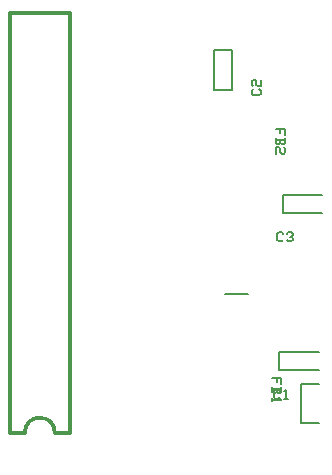
<source format=gbr>
G04 GERBER ASCII OUTPUT FROM: EDWINXP (VER. 1.61 REV. 20080915)*
G04 GERBER FORMAT: RX-274-X*
G04 BOARD: DSPIC_ADAPTER*
G04 ARTWORK OF COMP.PRINT POSITIVE*
%ASAXBY*%
%FSLAX23Y23*%
%MIA0B0*%
%MOIN*%
%OFA0.0000B0.0000*%
%SFA1B1*%
%IJA0B0*%
%INLAYER0POS*%
%IOA0B0*%
%IPPOS*%
%IR0*%
G04 APERTURE MACROS*
%AMEDWDONUT*
1,1,$1,$2,$3*
1,0,$4,$2,$3*
%
%AMEDWFRECT*
20,1,$1,$2,$3,$4,$5,$6*
%
%AMEDWORECT*
20,1,$1,$2,$3,$4,$5,$10*
20,1,$1,$4,$5,$6,$7,$10*
20,1,$1,$6,$7,$8,$9,$10*
20,1,$1,$8,$9,$2,$3,$10*
1,1,$1,$2,$3*
1,1,$1,$4,$5*
1,1,$1,$6,$7*
1,1,$1,$8,$9*
%
%AMEDWLINER*
20,1,$1,$2,$3,$4,$5,$6*
1,1,$1,$2,$3*
1,1,$1,$4,$5*
%
%AMEDWFTRNG*
4,1,3,$1,$2,$3,$4,$5,$6,$7,$8,$9*
%
%AMEDWATRNG*
4,1,3,$1,$2,$3,$4,$5,$6,$7,$8,$9*
20,1,$11,$1,$2,$3,$4,$10*
20,1,$11,$3,$4,$5,$6,$10*
20,1,$11,$5,$6,$7,$8,$10*
1,1,$11,$3,$4*
1,1,$11,$5,$6*
1,1,$11,$7,$8*
%
%AMEDWOTRNG*
20,1,$1,$2,$3,$4,$5,$8*
20,1,$1,$4,$5,$6,$7,$8*
20,1,$1,$6,$7,$2,$3,$8*
1,1,$1,$2,$3*
1,1,$1,$4,$5*
1,1,$1,$6,$7*
%
G04*
G04 APERTURE LIST*
%ADD10R,0.0500X0.0460*%
%ADD11R,0.0740X0.0700*%
%ADD12R,0.0440X0.0400*%
%ADD13R,0.0680X0.0640*%
%ADD14R,0.0460X0.0500*%
%ADD15R,0.0700X0.0740*%
%ADD16R,0.0400X0.0440*%
%ADD17R,0.0640X0.0680*%
%ADD18R,0.0700X0.0700*%
%ADD19R,0.0940X0.0940*%
%ADD20R,0.0600X0.0600*%
%ADD21R,0.0840X0.0840*%
%ADD22C,0.0010*%
%ADD24C,0.00197*%
%ADD26C,0.0020*%
%ADD27R,0.0020X0.0020*%
%ADD28C,0.00204*%
%ADD29R,0.00204X0.00204*%
%ADD30C,0.00233*%
%ADD31R,0.00233X0.00233*%
%ADD32C,0.00289*%
%ADD33R,0.00289X0.00289*%
%ADD34C,0.0030*%
%ADD35R,0.0030X0.0030*%
%ADD36C,0.00369*%
%ADD37R,0.00369X0.00369*%
%ADD38C,0.0040*%
%ADD39R,0.0040X0.0040*%
%ADD40C,0.0050*%
%ADD41R,0.0050X0.0050*%
%ADD42C,0.00504*%
%ADD43R,0.00504X0.00504*%
%ADD44C,0.00512*%
%ADD45R,0.00512X0.00512*%
%ADD46C,0.00542*%
%ADD47R,0.00542X0.00542*%
%ADD48C,0.00627*%
%ADD49R,0.00627X0.00627*%
%ADD50C,0.00639*%
%ADD51R,0.00639X0.00639*%
%ADD52C,0.00711*%
%ADD53R,0.00711X0.00711*%
%ADD54C,0.00775*%
%ADD55R,0.00775X0.00775*%
%ADD56C,0.00787*%
%ADD57R,0.00787X0.00787*%
%ADD58C,0.00795*%
%ADD59R,0.00795X0.00795*%
%ADD60C,0.0080*%
%ADD62C,0.0088*%
%ADD63R,0.0088X0.0088*%
%ADD64C,0.00984*%
%ADD65R,0.00984X0.00984*%
%ADD66C,0.0100*%
%ADD67R,0.0100X0.0100*%
%ADD68C,0.01181*%
%ADD70C,0.01182*%
%ADD71R,0.01182X0.01182*%
%ADD72C,0.0120*%
%ADD74C,0.0120*%
%ADD76C,0.0130*%
%ADD78C,0.01351*%
%ADD79R,0.01351X0.01351*%
%ADD80C,0.01452*%
%ADD81R,0.01452X0.01452*%
%ADD82C,0.0149*%
%ADD83R,0.0149X0.0149*%
%ADD84C,0.0160*%
%ADD86C,0.01761*%
%ADD87R,0.01761X0.01761*%
%ADD88C,0.01773*%
%ADD89R,0.01773X0.01773*%
%ADD90C,0.01896*%
%ADD91R,0.01896X0.01896*%
%ADD92C,0.01969*%
%ADD93R,0.01969X0.01969*%
%ADD94C,0.0200*%
%ADD96C,0.02027*%
%ADD97R,0.02027X0.02027*%
%ADD98C,0.02196*%
%ADD99R,0.02196X0.02196*%
%ADD100C,0.0228*%
%ADD101R,0.0228X0.0228*%
%ADD102C,0.02302*%
%ADD103R,0.02302X0.02302*%
%ADD104C,0.02365*%
%ADD105R,0.02365X0.02365*%
%ADD106C,0.0240*%
%ADD108C,0.02438*%
%ADD109R,0.02438X0.02438*%
%ADD110C,0.02597*%
%ADD112C,0.02709*%
%ADD113R,0.02709X0.02709*%
%ADD114C,0.02844*%
%ADD115R,0.02844X0.02844*%
%ADD116C,0.02871*%
%ADD117R,0.02871X0.02871*%
%ADD118C,0.0290*%
%ADD120C,0.02912*%
%ADD121R,0.02912X0.02912*%
%ADD122C,0.0300*%
%ADD123R,0.0300X0.0300*%
%ADD124C,0.0304*%
%ADD125R,0.0304X0.0304*%
%ADD126C,0.0320*%
%ADD128C,0.0350*%
%ADD129R,0.0350X0.0350*%
%ADD130C,0.03547*%
%ADD131R,0.03547X0.03547*%
%ADD132C,0.03581*%
%ADD134C,0.03582*%
%ADD135R,0.03582X0.03582*%
%ADD136C,0.0370*%
%ADD138C,0.03751*%
%ADD139R,0.03751X0.03751*%
%ADD140C,0.0389*%
%ADD141R,0.0389X0.0389*%
%ADD142C,0.03937*%
%ADD143R,0.03937X0.03937*%
%ADD144C,0.0400*%
%ADD146C,0.04161*%
%ADD147R,0.04161X0.04161*%
%ADD148C,0.04173*%
%ADD149R,0.04173X0.04173*%
%ADD150C,0.04296*%
%ADD151R,0.04296X0.04296*%
%ADD152C,0.0440*%
%ADD154C,0.04427*%
%ADD155R,0.04427X0.04427*%
%ADD156C,0.04469*%
%ADD157R,0.04469X0.04469*%
%ADD158C,0.04596*%
%ADD159R,0.04596X0.04596*%
%ADD160C,0.0468*%
%ADD161R,0.0468X0.0468*%
%ADD162C,0.04702*%
%ADD163R,0.04702X0.04702*%
%ADD164C,0.04729*%
%ADD165R,0.04729X0.04729*%
%ADD166C,0.04765*%
%ADD167R,0.04765X0.04765*%
%ADD168C,0.04838*%
%ADD169R,0.04838X0.04838*%
%ADD170C,0.04898*%
%ADD171R,0.04898X0.04898*%
%ADD172C,0.0500*%
%ADD173R,0.0500X0.0500*%
%ADD174C,0.05011*%
%ADD175R,0.05011X0.05011*%
%ADD176C,0.05109*%
%ADD177R,0.05109X0.05109*%
%ADD178C,0.05236*%
%ADD179R,0.05236X0.05236*%
%ADD180C,0.05244*%
%ADD181R,0.05244X0.05244*%
%ADD182C,0.05271*%
%ADD183R,0.05271X0.05271*%
%ADD184C,0.05282*%
%ADD185R,0.05282X0.05282*%
%ADD186C,0.0544*%
%ADD187R,0.0544X0.0544*%
%ADD188C,0.0560*%
%ADD189R,0.0560X0.0560*%
%ADD190C,0.05906*%
%ADD191R,0.05906X0.05906*%
%ADD192C,0.05947*%
%ADD193R,0.05947X0.05947*%
%ADD194C,0.0600*%
%ADD195R,0.0600X0.0600*%
%ADD196C,0.0620*%
%ADD198C,0.06869*%
%ADD199R,0.06869X0.06869*%
%ADD200C,0.06906*%
%ADD201R,0.06906X0.06906*%
%ADD202C,0.06907*%
%ADD203R,0.06907X0.06907*%
%ADD204C,0.06925*%
%ADD205R,0.06925X0.06925*%
%ADD206C,0.0700*%
%ADD207R,0.0700X0.0700*%
%ADD208C,0.07129*%
%ADD209R,0.07129X0.07129*%
%ADD210C,0.07178*%
%ADD211R,0.07178X0.07178*%
%ADD212C,0.07298*%
%ADD213R,0.07298X0.07298*%
%ADD214C,0.07411*%
%ADD215R,0.07411X0.07411*%
%ADD216C,0.0760*%
%ADD218C,0.07636*%
%ADD219R,0.07636X0.07636*%
%ADD220C,0.07682*%
%ADD221R,0.07682X0.07682*%
%ADD222C,0.07769*%
%ADD223R,0.07769X0.07769*%
%ADD224C,0.0800*%
%ADD225R,0.0800X0.0800*%
%ADD226C,0.08107*%
%ADD227R,0.08107X0.08107*%
%ADD228C,0.08261*%
%ADD229R,0.08261X0.08261*%
%ADD230C,0.0860*%
%ADD232C,0.09307*%
%ADD233R,0.09307X0.09307*%
%ADD234C,0.09325*%
%ADD235R,0.09325X0.09325*%
%ADD236C,0.09578*%
%ADD237R,0.09578X0.09578*%
%ADD238C,0.1000*%
%ADD241R,0.10169X0.10169*%
%ADD243R,0.10507X0.10507*%
%ADD245R,0.10641X0.10641*%
%ADD247R,0.10661X0.10661*%
%ADD249R,0.13041X0.13041*%
%ADD250C,0.23041*%
%ADD251R,0.23041X0.23041*%
%ADD252C,0.33041*%
%ADD253R,0.33041X0.33041*%
%ADD254C,0.43041*%
%ADD255R,0.43041X0.43041*%
%ADD256C,0.53041*%
%ADD257R,0.53041X0.53041*%
%ADD258C,0.63041*%
%ADD259R,0.63041X0.63041*%
%ADD260C,0.73041*%
%ADD261R,0.73041X0.73041*%
%ADD262C,0.83041*%
%ADD263R,0.83041X0.83041*%
%ADD264C,0.93041*%
%ADD265R,0.93041X0.93041*%
%ADD266C,1.03041*%
%ADD267R,1.03041X1.03041*%
%ADD268C,1.13041*%
%ADD269R,1.13041X1.13041*%
%ADD270C,1.23041*%
%ADD271R,1.23041X1.23041*%
%ADD272C,1.33041*%
%ADD273R,1.33041X1.33041*%
%ADD274C,1.43041*%
%ADD275R,1.43041X1.43041*%
%ADD276C,1.53041*%
%ADD277R,1.53041X1.53041*%
%ADD278C,1.63041*%
%ADD279R,1.63041X1.63041*%
%ADD280C,1.73041*%
%ADD281R,1.73041X1.73041*%
%ADD282C,1.83041*%
%ADD283R,1.83041X1.83041*%
%ADD284C,1.93041*%
%ADD285R,1.93041X1.93041*%
G04*
D60* 
X1024Y806D02*
X1024Y745D01*
X1155Y745D01*
X1155Y806D01*
X1024Y806D01*
D44* 
X1025Y655D02*
X1020Y650D01*
X1010Y650D01*
X1005Y655D01*
X1005Y676D01*
X1010Y681D01*
X1020Y681D01*
X1025Y676D01*
X1036Y676D02*
X1041Y681D01*
X1051Y681D01*
X1056Y676D01*
X1056Y670D01*
X1051Y665D01*
X1046Y665D01*
X1051Y665D02*
X1056Y660D01*
X1056Y655D01*
X1051Y650D01*
X1041Y650D01*
X1036Y655D01*
D60* 
X794Y1156D02*
X855Y1156D01*
X855Y1288D01*
X794Y1288D01*
X794Y1156D01*
D44* 
X945Y1158D02*
X950Y1153D01*
X950Y1143D01*
X945Y1138D01*
X924Y1138D01*
X919Y1143D01*
X919Y1153D01*
X924Y1158D01*
X924Y1168D02*
X919Y1173D01*
X919Y1184D01*
X924Y1189D01*
X930Y1189D01*
X935Y1184D01*
X935Y1173D01*
X940Y1168D01*
X950Y1168D01*
X950Y1189D01*
D60* 
X1011Y281D02*
X1011Y220D01*
X1143Y220D01*
X1143Y281D01*
X1011Y281D01*
D44* 
X1013Y130D02*
X1008Y125D01*
X998Y125D01*
X993Y130D01*
X993Y151D01*
X998Y156D01*
X1008Y156D01*
X1013Y151D01*
X1028Y125D02*
X1039Y125D01*
X1033Y125D02*
X1033Y156D01*
X1028Y151D01*
D60* 
X1156Y1006D02*
X1095Y1006D01*
X1095Y875D01*
X1156Y875D01*
X1156Y1006D01*
D44* 
X1000Y1025D02*
X1031Y1025D01*
X1031Y1005D01*
X1015Y1025D02*
X1015Y1010D01*
X1000Y994D02*
X1000Y979D01*
X1005Y974D01*
X1010Y974D01*
X1015Y979D01*
X1015Y989D01*
X1015Y979D02*
X1020Y974D01*
X1026Y974D01*
X1031Y979D01*
X1031Y994D01*
X1031Y989D02*
X1000Y989D01*
X1026Y964D02*
X1031Y958D01*
X1031Y948D01*
X1026Y943D01*
X1020Y943D01*
X1015Y948D01*
X1015Y958D01*
X1010Y964D01*
X1000Y964D01*
X1000Y943D01*
D60* 
X1144Y176D02*
X1083Y176D01*
X1083Y45D01*
X1144Y45D01*
X1144Y176D01*
D44* 
X988Y195D02*
X1018Y195D01*
X1018Y175D01*
X1003Y195D02*
X1003Y180D01*
X988Y164D02*
X988Y149D01*
X993Y144D01*
X998Y144D01*
X1003Y149D01*
X1003Y159D01*
X1003Y149D02*
X1008Y144D01*
X1013Y144D01*
X1018Y149D01*
X1018Y164D01*
X1018Y159D02*
X988Y159D01*
X988Y128D02*
X988Y118D01*
X988Y123D02*
X1018Y123D01*
X1013Y128D01*
D76* 
X263Y13D02*
X313Y13D01*
X313Y1413D01*
X113Y1413D01*
X113Y13D01*
X163Y13D01*
G75*
G01X263Y13D02*
G03X163Y13I-50J0D01*
G01*
D44* 
X113Y-57D02*
X113Y-82D01*
X118Y-88D01*
X128Y-88D01*
X133Y-82D01*
X133Y-57D01*
X148Y-88D02*
X159Y-88D01*
X153Y-88D02*
X153Y-57D01*
X148Y-62D01*
D40* 
X829Y474D02*
X907Y474D01*
M02*

</source>
